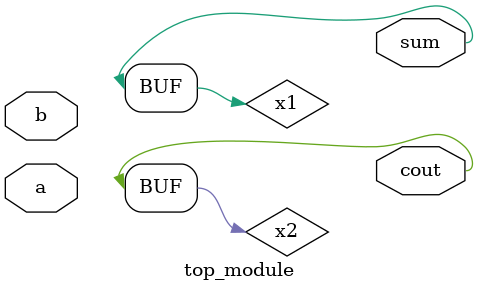
<source format=sv>
module top_module (
  input a,
  input b,
  output sum,
  output cout
);

  // Declare internal wires
  wire x1, x2;
  
  // Instantiate XOR gate for sum
  xor #(1) xor_gate (
    .a(a),
    .b(b),
    .z(x1)
  );
  
  // Instantiate AND gate for carry-out
  and #(1) and_gate (
    .a(a),
    .b(b),
    .z(x2)
  );
  
  // Assign internal wires to outputs
  assign sum = x1;
  assign cout = x2;
  
endmodule

</source>
